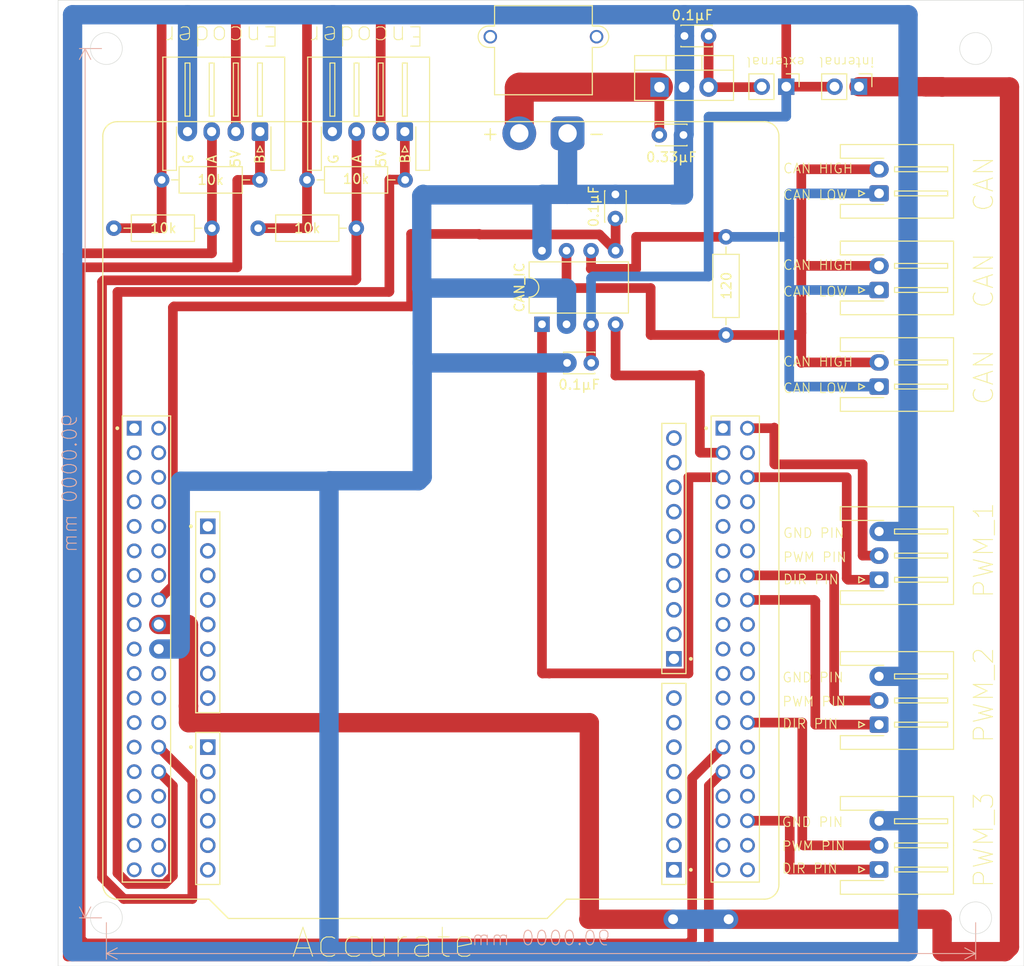
<source format=kicad_pcb>
(kicad_pcb (version 20240108) (generator "pcbnew") (generator_version "8.0")
  (layers (0 "F.Cu" signal) (31 "B.Cu" signal) (34 "B.Paste" user) (35 "F.Paste" user) (36 "B.SilkS" user "B.Silkscreen") (37 "F.SilkS" user "F.Silkscreen") (38 "B.Mask" user) (39 "F.Mask" user) (44 "Edge.Cuts" user))
  (net 0 "")
  (net 1 "3.3V")
  (net 2 "GND")
  (net 3 "5V")
  (net 4 "RX")
  (net 5 "TX")
  (net 7 "16V")
  (net 10 "encode_1B")
  (net 11 "encode_1A")
  (net 14 "encode_2B")
  (net 38 "mc_5v")
  (net 48 "encode_2A")
  (net 56 "CAN_L")
  (net 71 "CAN_H")
  (net 95 "DIR_1")
  (net 96 "PWM_1")
  (net 97 "PWM_2")
  (net 98 "DIR_2")
  (net 99 "PWM_3")
  (net 100 "DIR_3")
  (footprint "Capacitor_THT:C_Disc_D3.0mm_W2.0mm_P2.50mm" (layer "F.Cu") (at 155.2 87.55 180)
    (property "Reference" "0.1μF" (at 1.25 -2.25 0) (layer "F.SilkS"))
    (property "Value" "0.1μ")
    (pad "1" thru_hole circle (at 0 0 180) (size 1.6 1.6) (drill 0.8) (layers "*.Cu" "*.Mask") (net 3 "5V"))
    (pad "2" thru_hole circle (at 2.5 0 180) (size 1.6 1.6) (drill 0.8) (layers "*.Cu" "*.Mask") (net 2 "GND"))
  )
  (footprint "" (layer "F.Cu") (at 163.675 145.15)
    (property "Reference" "" (at 0 0 0) (layer "F.SilkS") (effects (font (size 1.27 1.27))))
    (property "Value" "")
    (pad "CN7_18" thru_hole circle (at 0 0) (size 1.53 1.53) (drill 1.02) (layers "*.Cu" "*.Mask") (net 38 "mc_5v"))
  )
  (footprint "Capacitor_THT:C_Disc_D3.0mm_W2.0mm_P2.50mm" (layer "F.Cu") (at 157.7 72.6 90)
    (property "Reference" "0.1μF" (at 1.25 -2.25 90) (layer "F.SilkS"))
    (property "Value" "0.1μ")
    (pad "1" thru_hole circle (at 0 0 90) (size 1.6 1.6) (drill 0.8) (layers "*.Cu" "*.Mask") (net 1 "3.3V"))
    (pad "2" thru_hole circle (at 2.5 0 90) (size 1.6 1.6) (drill 0.8) (layers "*.Cu" "*.Mask") (net 2 "GND"))
  )
  (footprint "Connector_JST:JST_XH_S2B-XH-A-1_1x02_P2.50mm_Horizontal" (layer "F.Cu") (at 185 80 90)
    (property "Reference" "J2" (hide yes))
    (property "Value" "CAN_2")
    (pad "1" thru_hole roundrect (at 0 0 90) (size 1.7 2) (drill 1) (layers "*.Cu" "*.Mask") (roundrect_rratio 0.147059) (net 56 "CAN_L"))
    (pad "2" thru_hole oval (at 2.5 0 90) (size 1.7 2) (drill 1) (layers "*.Cu" "*.Mask") (net 71 "CAN_H"))
  )
  (footprint "Package_TO_SOT_THT:TO-220-3_Vertical" (layer "F.Cu") (at 162.27 59)
    (property "Reference" "U1" (hide yes))
    (property "Value" "LM7805_TO220")
    (pad "1" thru_hole rect (at 0 0) (size 1.905 2) (drill 1.1) (layers "*.Cu" "*.Mask") (net 7 "16V"))
    (pad "2" thru_hole oval (at 2.54 0) (size 1.905 2) (drill 1.1) (layers "*.Cu" "*.Mask") (net 2 "GND"))
    (pad "3" thru_hole oval (at 5.08 0) (size 1.905 2) (drill 1.1) (layers "*.Cu" "*.Mask") (net 3 "5V"))
  )
  (footprint "Connector_AMASS:AMASS_XT30PW-M_1x02_P2.50mm_Horizontal" (layer "F.Cu") (at 152.75 63.775)
    (property "Reference" "J9" (hide yes))
    (property "Value" "BATT_IN")
    (fp_text user "+" (at -8 0 0) (layer "F.SilkS") (effects (font (size 1.5 1.5))))
    (fp_text user "-" (at 3 0 0) (layer "F.SilkS") (effects (font (size 1.5 1.5))))
    (pad "" thru_hole circle (at -8 -10) (size 1.4 1.4) (drill 1) (layers "*.Cu" "*.Mask"))
    (pad "" thru_hole circle (at 3 -10) (size 1.4 1.4) (drill 1) (layers "*.Cu" "*.Mask"))
    (pad "1" thru_hole roundrect (at 0 0) (size 3.5 3.5) (drill 1.9) (layers "*.Cu" "*.Mask") (roundrect_rratio 0.22) (net 2 "GND"))
    (pad "2" thru_hole circle (at -5 0) (size 3.5 3.5) (drill 1.9) (layers "*.Cu" "*.Mask") (net 7 "16V"))
  )
  (footprint "Connector_JST:JST_XH_S3B-XH-A-1_1x03_P2.50mm_Horizontal" (layer "F.Cu") (at 185 125 90)
    (property "Reference" "J5" (hide yes))
    (property "Value" "PWM_OUT_2")
    (pad "1" thru_hole roundrect (at 0 0 90) (size 1.7 1.95) (drill 0.95) (layers "*.Cu" "*.Mask") (roundrect_rratio 0.147059) (net 98 "DIR_2"))
    (pad "2" thru_hole oval (at 2.5 0 90) (size 1.7 1.95) (drill 0.95) (layers "*.Cu" "*.Mask") (net 97 "PWM_2"))
    (pad "3" thru_hole oval (at 5 0 90) (size 1.7 1.95) (drill 0.95) (layers "*.Cu" "*.Mask") (net 2 "GND"))
  )
  (footprint "Resistor_THT:R_Axial_DIN0207_L6.3mm_D2.5mm_P10.16mm_Horizontal" (layer "F.Cu") (at 105.77 73.6)
    (property "Reference" "10k" (at 5.13 0 0) (layer "F.SilkS"))
    (property "Value" "10k" (hide yes))
    (pad "1" thru_hole circle (at 0 0) (size 1.6 1.6) (drill 0.8) (layers "*.Cu" "*.Mask") (net 3 "5V"))
    (pad "2" thru_hole oval (at 10.16 0) (size 1.6 1.6) (drill 0.8) (layers "*.Cu" "*.Mask") (net 14 "encode_2B"))
  )
  (footprint "Resistor_THT:R_Axial_DIN0207_L6.3mm_D2.5mm_P10.16mm_Horizontal" (layer "F.Cu") (at 110.72 68.6)
    (property "Reference" "10k" (at 5.08 0 0) (layer "F.SilkS"))
    (property "Value" "10k" (hide yes))
    (pad "1" thru_hole circle (at 0 0) (size 1.6 1.6) (drill 0.8) (layers "*.Cu" "*.Mask") (net 3 "5V"))
    (pad "2" thru_hole oval (at 10.16 0) (size 1.6 1.6) (drill 0.8) (layers "*.Cu" "*.Mask") (net 48 "encode_2A"))
  )
  (footprint "Connector_JST:JST_XH_S4B-XH-A-1_1x04_P2.50mm_Horizontal" (layer "F.Cu") (at 120.9 63.6 180)
    (property "Reference" "J8" (hide yes))
    (property "Value" "Encoder_2")
    (pad "1" thru_hole roundrect (at 0 0 180) (size 1.7 1.95) (drill 0.95) (layers "*.Cu" "*.Mask") (roundrect_rratio 0.147059) (net 48 "encode_2A"))
    (pad "2" thru_hole oval (at 2.5 0 180) (size 1.7 1.95) (drill 0.95) (layers "*.Cu" "*.Mask") (net 3 "5V"))
    (pad "3" thru_hole oval (at 5 0 180) (size 1.7 1.95) (drill 0.95) (layers "*.Cu" "*.Mask") (net 14 "encode_2B"))
    (pad "4" thru_hole oval (at 7.5 0 180) (size 1.7 1.95) (drill 0.95) (layers "*.Cu" "*.Mask") (net 2 "GND"))
  )
  (footprint "Connector_JST:JST_XH_S4B-XH-A-1_1x04_P2.50mm_Horizontal" (layer "F.Cu") (at 135.9 63.6 180)
    (property "Reference" "J7" (hide yes))
    (property "Value" "Encoder_1")
    (pad "1" thru_hole roundrect (at 0 0 180) (size 1.7 1.95) (drill 0.95) (layers "*.Cu" "*.Mask") (roundrect_rratio 0.147059) (net 10 "encode_1B"))
    (pad "2" thru_hole oval (at 2.5 0 180) (size 1.7 1.95) (drill 0.95) (layers "*.Cu" "*.Mask") (net 3 "5V"))
    (pad "3" thru_hole oval (at 5 0 180) (size 1.7 1.95) (drill 0.95) (layers "*.Cu" "*.Mask") (net 11 "encode_1A"))
    (pad "4" thru_hole oval (at 7.5 0 180) (size 1.7 1.95) (drill 0.95) (layers "*.Cu" "*.Mask") (net 2 "GND"))
  )
  (footprint "Package_DIP:DIP-8_W7.62mm" (layer "F.Cu") (at 150.1 83.55 90)
    (property "Reference" "CAN_IC" (at 3.81 -2.33 90) (layer "F.SilkS"))
    (property "Value" "MCP2562-E-P")
    (pad "1" thru_hole rect (at 0 0 90) (size 1.6 1.6) (drill 0.8) (layers "*.Cu" "*.Mask") (net 5 "TX"))
    (pad "2" thru_hole oval (at 0 2.54 90) (size 1.6 1.6) (drill 0.8) (layers "*.Cu" "*.Mask") (net 2 "GND"))
    (pad "3" thru_hole oval (at 0 5.08 90) (size 1.6 1.6) (drill 0.8) (layers "*.Cu" "*.Mask") (net 3 "5V"))
    (pad "4" thru_hole oval (at 0 7.62 90) (size 1.6 1.6) (drill 0.8) (layers "*.Cu" "*.Mask") (net 4 "RX"))
    (pad "5" thru_hole oval (at 7.62 7.62 90) (size 1.6 1.6) (drill 0.8) (layers "*.Cu" "*.Mask") (net 1 "3.3V"))
    (pad "6" thru_hole oval (at 7.62 5.08 90) (size 1.6 1.6) (drill 0.8) (layers "*.Cu" "*.Mask") (net 56 "CAN_L"))
    (pad "7" thru_hole oval (at 7.62 2.54 90) (size 1.6 1.6) (drill 0.8) (layers "*.Cu" "*.Mask") (net 71 "CAN_H"))
    (pad "8" thru_hole oval (at 7.62 0 90) (size 1.6 1.6) (drill 0.8) (layers "*.Cu" "*.Mask") (net 2 "GND"))
  )
  (footprint "Resistor_THT:R_Axial_DIN0207_L6.3mm_D2.5mm_P10.16mm_Horizontal" (layer "F.Cu") (at 169.15 84.66 90)
    (property "Reference" "120" (at 5.11 0.05 90) (layer "F.SilkS"))
    (property "Value" "120" (hide yes))
    (pad "1" thru_hole circle (at 0 0 90) (size 1.6 1.6) (drill 0.8) (layers "*.Cu" "*.Mask") (net 71 "CAN_H"))
    (pad "2" thru_hole oval (at 10.16 0 90) (size 1.6 1.6) (drill 0.8) (layers "*.Cu" "*.Mask") (net 56 "CAN_L"))
  )
  (footprint "Connector_JST:JST_XH_S2B-XH-A-1_1x02_P2.50mm_Horizontal" (layer "F.Cu") (at 185 90 90)
    (property "Reference" "J1" (hide yes))
    (property "Value" "CAN_1")
    (pad "1" thru_hole roundrect (at 0 0 90) (size 1.7 2) (drill 1) (layers "*.Cu" "*.Mask") (roundrect_rratio 0.147059) (net 56 "CAN_L"))
    (pad "2" thru_hole oval (at 2.5 0 90) (size 1.7 2) (drill 1) (layers "*.Cu" "*.Mask") (net 71 "CAN_H"))
  )
  (footprint "NUCLEO_F446RE.pritty:MODULE_NUCLEO-F446RE" (layer "F.Cu") (at 139.63 103.82)
    (property "Reference" "U3" (hide yes))
    (property "Value" "NUCLEO-F446RE")
    (pad "" np_thru_hole circle (at -24.13 -13.32) (size 3 3) (drill 3) (layers "*.Cu" "*.Mask"))
    (pad "" np_thru_hole circle (at 8.89 38.75) (size 3 3) (drill 3) (layers "*.Cu" "*.Mask"))
    (pad "" np_thru_hole circle (at 24.13 -12.05) (size 3 3) (drill 3) (layers "*.Cu" "*.Mask"))
    (pad "CN5_1" thru_hole rect (at 24.13 14.37) (size 1.605 1.605) (drill 1.07) (layers "*.Cu" "*.Mask"))
    (pad "CN5_2" thru_hole circle (at 24.13 11.83) (size 1.605 1.605) (drill 1.07) (layers "*.Cu" "*.Mask"))
    (pad "CN5_3" thru_hole circle (at 24.13 9.29) (size 1.605 1.605) (drill 1.07) (layers "*.Cu" "*.Mask"))
    (pad "CN5_4" thru_hole circle (at 24.13 6.75) (size 1.605 1.605) (drill 1.07) (layers "*.Cu" "*.Mask"))
    (pad "CN5_5" thru_hole circle (at 24.13 4.21) (size 1.605 1.605) (drill 1.07) (layers "*.Cu" "*.Mask"))
    (pad "CN5_6" thru_hole circle (at 24.13 1.67) (size 1.605 1.605) (drill 1.07) (layers "*.Cu" "*.Mask"))
    (pad "CN5_7" thru_hole circle (at 24.13 -0.87) (size 1.605 1.605) (drill 1.07) (layers "*.Cu" "*.Mask"))
    (pad "CN5_8" thru_hole circle (at 24.13 -3.41) (size 1.605 1.605) (drill 1.07) (layers "*.Cu" "*.Mask"))
    (pad "CN5_9" thru_hole circle (at 24.13 -5.95) (size 1.605 1.605) (drill 1.07) (layers "*.Cu" "*.Mask"))
    (pad "CN5_10" thru_hole circle (at 24.13 -8.49) (size 1.605 1.605) (drill 1.07) (layers "*.Cu" "*.Mask"))
    (pad "CN6_1" thru_hole rect (at -24.13 0.65) (size 1.605 1.605) (drill 1.07) (layers "*.Cu" "*.Mask"))
    (pad "CN6_2" thru_hole circle (at -24.13 3.19) (size 1.605 1.605) (drill 1.07) (layers "*.Cu" "*.Mask"))
    (pad "CN6_3" thru_hole circle (at -24.13 5.73) (size 1.605 1.605) (drill 1.07) (layers "*.Cu" "*.Mask"))
    (pad "CN6_4" thru_hole circle (at -24.13 8.27) (size 1.605 1.605) (drill 1.07) (layers "*.Cu" "*.Mask"))
    (pad "CN6_5" thru_hole circle (at -24.13 10.81) (size 1.605 1.605) (drill 1.07) (layers "*.Cu" "*.Mask"))
    (pad "CN6_6" thru_hole circle (at -24.13 13.35) (size 1.605 1.605) (drill 1.07) (layers "*.Cu" "*.Mask"))
    (pad "CN6_7" thru_hole circle (at -24.13 15.89) (size 1.605 1.605) (drill 1.07) (layers "*.Cu" "*.Mask"))
    (pad "CN6_8" thru_hole circle (at -24.13 18.43) (size 1.605 1.605) (drill 1.07) (layers "*.Cu" "*.Mask"))
    (pad "CN7_1" thru_hole rect (at -31.75 -9.51) (size 1.53 1.53) (drill 1.02) (layers "*.Cu" "*.Mask"))
    (pad "CN7_2" thru_hole circle (at -29.21 -9.51) (size 1.53 1.53) (drill 1.02) (layers "*.Cu" "*.Mask"))
    (pad "CN7_3" thru_hole circle (at -31.75 -6.97) (size 1.53 1.53) (drill 1.02) (layers "*.Cu" "*.Mask"))
    (pad "CN7_4" thru_hole circle (at -29.21 -6.97) (size 1.53 1.53) (drill 1.02) (layers "*.Cu" "*.Mask"))
    (pad "CN7_5" thru_hole circle (at -31.75 -4.43) (size 1.53 1.53) (drill 1.02) (layers "*.Cu" "*.Mask"))
    (pad "CN7_6" thru_hole circle (at -29.21 -4.43) (size 1.53 1.53) (drill 1.02) (layers "*.Cu" "*.Mask"))
    (pad "CN7_7" thru_hole circle (at -31.75 -1.89) (size 1.53 1.53) (drill 1.02) (layers "*.Cu" "*.Mask"))
    (pad "CN7_8" thru_hole circle (at -29.21 -1.89) (size 1.53 1.53) (drill 1.02) (layers "*.Cu" "*.Mask"))
    (pad "CN7_9" thru_hole circle (at -31.75 0.65) (size 1.53 1.53) (drill 1.02) (layers "*.Cu" "*.Mask"))
    (pad "CN7_10" thru_hole circle (at -29.21 0.65) (size 1.53 1.53) (drill 1.02) (layers "*.Cu" "*.Mask"))
    (pad "CN7_11" thru_hole circle (at -31.75 3.19) (size 1.53 1.53) (drill 1.02) (layers "*.Cu" "*.Mask"))
    (pad "CN7_12" thru_hole circle (at -29.21 3.19) (size 1.53 1.53) (drill 1.02) (layers "*.Cu" "*.Mask"))
    (pad "CN7_13" thru_hole circle (at -31.75 5.73) (size 1.53 1.53) (drill 1.02) (layers "*.Cu" "*.Mask"))
    (pad "CN7_14" thru_hole circle (at -29.21 5.73) (size 1.53 1.53) (drill 1.02) (layers "*.Cu" "*.Mask"))
    (pad "CN7_15" thru_hole circle (at -31.75 8.27) (size 1.53 1.53) (drill 1.02) (layers "*.Cu" "*.Mask"))
    (pad "CN7_16" thru_hole circle (at -29.21 8.27) (size 1.53 1.53) (drill 1.02) (layers "*.Cu" "*.Mask") (net 1 "3.3V"))
    (pad "CN7_17" thru_hole circle (at -31.75 10.81) (size 1.53 1.53) (drill 1.02) (layers "*.Cu" "*.Mask"))
    (pad "CN7_18" thru_hole circle (at -29.21 10.81) (size 1.53 1.53) (drill 1.02) (layers "*.Cu" "*.Mask") (net 38 "mc_5v"))
    (pad "CN7_19" thru_hole circle (at -31.75 13.35) (size 1.53 1.53) (drill 1.02) (layers "*.Cu" "*.Mask") (net 2 "GND"))
    (pad "CN7_20" thru_hole circle (at -29.21 13.35) (size 1.53 1.53) (drill 1.02) (layers "*.Cu" "*.Mask") (net 2 "GND"))
    (pad "CN7_21" thru_hole circle (at -31.75 15.89) (size 1.53 1.53) (drill 1.02) (layers "*.Cu" "*.Mask"))
    (pad "CN7_22" thru_hole circle (at -29.21 15.89) (size 1.53 1.53) (drill 1.02) (layers "*.Cu" "*.Mask") (net 2 "GND"))
    (pad "CN7_23" thru_hole circle (at -31.75 18.43) (size 1.53 1.53) (drill 1.02) (layers "*.Cu" "*.Mask"))
    (pad "CN7_24" thru_hole circle (at -29.21 18.43) (size 1.53 1.53) (drill 1.02) (layers "*.Cu" "*.Mask"))
    (pad "CN7_25" thru_hole circle (at -31.75 20.97) (size 1.53 1.53) (drill 1.02) (layers "*.Cu" "*.Mask"))
    (pad "CN7_26" thru_hole circle (at -29.21 20.97) (size 1.53 1.53) (drill 1.02) (layers "*.Cu" "*.Mask"))
    (pad "CN7_27" thru_hole circle (at -31.75 23.51) (size 1.53 1.53) (drill 1.02) (layers "*.Cu" "*.Mask"))
    (pad "CN7_28" thru_hole circle (at -29.21 23.51) (size 1.53 1.53) (drill 1.02) (layers "*.Cu" "*.Mask") (net 11 "encode_1A"))
    (pad "CN7_29" thru_hole circle (at -31.75 26.05) (size 1.53 1.53) (drill 1.02) (layers "*.Cu" "*.Mask"))
    (pad "CN7_30" thru_hole circle (at -29.21 26.05) (size 1.53 1.53) (drill 1.02) (layers "*.Cu" "*.Mask") (net 10 "encode_1B"))
    (pad "CN7_31" thru_hole circle (at -31.75 28.59) (size 1.53 1.53) (drill 1.02) (layers "*.Cu" "*.Mask"))
    (pad "CN7_32" thru_hole circle (at -29.21 28.59) (size 1.53 1.53) (drill 1.02) (layers "*.Cu" "*.Mask"))
    (pad "CN7_33" thru_hole circle (at -31.75 31.13) (size 1.53 1.53) (drill 1.02) (layers "*.Cu" "*.Mask"))
    (pad "CN7_34" thru_hole circle (at -29.21 31.13) (size 1.53 1.53) (drill 1.02) (layers "*.Cu" "*.Mask"))
    (pad "CN7_35" thru_hole circle (at -31.75 33.67) (size 1.53 1.53) (drill 1.02) (layers "*.Cu" "*.Mask"))
    (pad "CN7_36" thru_hole circle (at -29.21 33.67) (size 1.53 1.53) (drill 1.02) (layers "*.Cu" "*.Mask"))
    (pad "CN7_37" thru_hole circle (at -31.75 36.21) (size 1.53 1.53) (drill 1.02) (layers "*.Cu" "*.Mask"))
    (pad "CN7_38" thru_hole circle (at -29.21 36.21) (size 1.53 1.53) (drill 1.02) (layers "*.Cu" "*.Mask"))
    (pad "CN8_1" thru_hole rect (at -24.13 23.51) (size 1.605 1.605) (drill 1.07) (layers "*.Cu" "*.Mask"))
    (pad "CN8_2" thru_hole circle (at -24.13 26.05) (size 1.605 1.605) (drill 1.07) (layers "*.Cu" "*.Mask"))
    (pad "CN8_3" thru_hole circle (at -24.13 28.59) (size 1.605 1.605) (drill 1.07) (layers "*.Cu" "*.Mask"))
    (pad "CN8_4" thru_hole circle (at -24.13 31.13) (size 1.605 1.605) (drill 1.07) (layers "*.Cu" "*.Mask"))
    (pad "CN8_5" thru_hole circle (at -24.13 33.67) (size 1.605 1.605) (drill 1.07) (layers "*.Cu" "*.Mask"))
    (pad "CN8_6" thru_hole circle (at -24.13 36.21) (size 1.605 1.605) (drill 1.07) (layers "*.Cu" "*.Mask"))
    (pad "CN9_1" thru_hole rect (at 24.13 36.21) (size 1.605 1.605) (drill 1.07) (layers "*.Cu" "*.Mask"))
    (pad "CN9_2" thru_hole circle (at 24.13 33.67) (size 1.605 1.605) (drill 1.07) (layers "*.Cu" "*.Mask"))
    (pad "CN9_3" thru_hole circle (at 24.13 31.13) (size 1.605 1.605) (drill 1.07) (layers "*.Cu" "*.Mask"))
    (pad "CN9_4" thru_hole circle (at 24.13 28.59) (size 1.605 1.605) (drill 1.07) (layers "*.Cu" "*.Mask"))
    (pad "CN9_5" thru_hole circle (at 24.13 26.05) (size 1.605 1.605) (drill 1.07) (layers "*.Cu" "*.Mask"))
    (pad "CN9_6" thru_hole circle (at 24.13 23.51) (size 1.605 1.605) (drill 1.07) (layers "*.Cu" "*.Mask"))
    (pad "CN9_7" thru_hole circle (at 24.13 20.97) (size 1.605 1.605) (drill 1.07) (layers "*.Cu" "*.Mask"))
    (pad "CN9_8" thru_hole circle (at 24.13 18.43) (size 1.605 1.605) (drill 1.07) (layers "*.Cu" "*.Mask"))
    (pad "CN10_1" thru_hole rect (at 29.21 -9.51) (size 1.53 1.53) (drill 1.02) (layers "*.Cu" "*.Mask"))
    (pad "CN10_2" thru_hole circle (at 31.75 -9.51) (size 1.53 1.53) (drill 1.02) (layers "*.Cu" "*.Mask") (net 96 "PWM_1"))
    (pad "CN10_3" thru_hole circle (at 29.21 -6.97) (size 1.53 1.53) (drill 1.02) (layers "*.Cu" "*.Mask") (net 4 "RX"))
    (pad "CN10_4" thru_hole circle (at 31.75 -6.97) (size 1.53 1.53) (drill 1.02) (layers "*.Cu" "*.Mask"))
    (pad "CN10_5" thru_hole circle (at 29.21 -4.43) (size 1.53 1.53) (drill 1.02) (layers "*.Cu" "*.Mask") (net 5 "TX"))
    (pad "CN10_6" thru_hole circle (at 31.75 -4.43) (size 1.53 1.53) (drill 1.02) (layers "*.Cu" "*.Mask") (net 95 "DIR_1"))
    (pad "CN10_7" thru_hole circle (at 29.21 -1.89) (size 1.53 1.53) (drill 1.02) (layers "*.Cu" "*.Mask"))
    (pad "CN10_8" thru_hole circle (at 31.75 -1.89) (size 1.53 1.53) (drill 1.02) (layers "*.Cu" "*.Mask"))
    (pad "CN10_9" thru_hole circle (at 29.21 0.65) (size 1.53 1.53) (drill 1.02) (layers "*.Cu" "*.Mask") (net 2 "GND"))
    (pad "CN10_10" thru_hole circle (at 31.75 0.65) (size 1.53 1.53) (drill 1.02) (layers "*.Cu" "*.Mask"))
    (pad "CN10_11" thru_hole circle (at 29.21 3.19) (size 1.53 1.53) (drill 1.02) (layers "*.Cu" "*.Mask"))
    (pad "CN10_12" thru_hole circle (at 31.75 3.19) (size 1.53 1.53) (drill 1.02) (layers "*.Cu" "*.Mask"))
    (pad "CN10_13" thru_hole circle (at 29.21 5.73) (size 1.53 1.53) (drill 1.02) (layers "*.Cu" "*.Mask"))
    (pad "CN10_14" thru_hole circle (at 31.75 5.73) (size 1.53 1.53) (drill 1.02) (layers "*.Cu" "*.Mask") (net 97 "PWM_2"))
    (pad "CN10_15" thru_hole circle (at 29.21 8.27) (size 1.53 1.53) (drill 1.02) (layers "*.Cu" "*.Mask"))
    (pad "CN10_16" thru_hole circle (at 31.75 8.27) (size 1.53 1.53) (drill 1.02) (layers "*.Cu" "*.Mask") (net 98 "DIR_2"))
    (pad "CN10_17" thru_hole circle (at 29.21 10.81) (size 1.53 1.53) (drill 1.02) (layers "*.Cu" "*.Mask"))
    (pad "CN10_18" thru_hole circle (at 31.75 10.81) (size 1.53 1.53) (drill 1.02) (layers "*.Cu" "*.Mask"))
    (pad "CN10_19" thru_hole circle (at 29.21 13.35) (size 1.53 1.53) (drill 1.02) (layers "*.Cu" "*.Mask"))
    (pad "CN10_20" thru_hole circle (at 31.75 13.35) (size 1.53 1.53) (drill 1.02) (layers "*.Cu" "*.Mask"))
    (pad "CN10_21" thru_hole circle (at 29.21 15.89) (size 1.53 1.53) (drill 1.02) (layers "*.Cu" "*.Mask"))
    (pad "CN10_22" thru_hole circle (at 31.75 15.89) (size 1.53 1.53) (drill 1.02) (layers "*.Cu" "*.Mask"))
    (pad "CN10_23" thru_hole circle (at 29.21 18.43) (size 1.53 1.53) (drill 1.02) (layers "*.Cu" "*.Mask"))
    (pad "CN10_24" thru_hole circle (at 31.75 18.43) (size 1.53 1.53) (drill 1.02) (layers "*.Cu" "*.Mask"))
    (pad "CN10_25" thru_hole circle (at 29.21 20.97) (size 1.53 1.53) (drill 1.02) (layers "*.Cu" "*.Mask"))
    (pad "CN10_26" thru_hole circle (at 31.75 20.97) (size 1.53 1.53) (drill 1.02) (layers "*.Cu" "*.Mask") (net 99 "PWM_3"))
    (pad "CN10_27" thru_hole circle (at 29.21 23.51) (size 1.53 1.53) (drill 1.02) (layers "*.Cu" "*.Mask") (net 48 "encode_2A"))
    (pad "CN10_28" thru_hole circle (at 31.75 23.51) (size 1.53 1.53) (drill 1.02) (layers "*.Cu" "*.Mask"))
    (pad "CN10_29" thru_hole circle (at 29.21 26.05) (size 1.53 1.53) (drill 1.02) (layers "*.Cu" "*.Mask") (net 14 "encode_2B"))
    (pad "CN10_30" thru_hole circle (at 31.75 26.05) (size 1.53 1.53) (drill 1.02) (layers "*.Cu" "*.Mask"))
    (pad "CN10_31" thru_hole circle (at 29.21 28.59) (size 1.53 1.53) (drill 1.02) (layers "*.Cu" "*.Mask"))
    (pad "CN10_32" thru_hole circle (at 31.75 28.59) (size 1.53 1.53) (drill 1.02) (layers "*.Cu" "*.Mask"))
    (pad "CN10_33" thru_hole circle (at 29.21 31.13) (size 1.53 1.53) (drill 1.02) (layers "*.Cu" "*.Mask"))
    (pad "CN10_34" thru_hole circle (at 31.75 31.13) (size 1.53 1.53) (drill 1.02) (layers "*.Cu" "*.Mask") (net 100 "DIR_3"))
    (pad "CN10_35" thru_hole circle (at 29.21 33.67) (size 1.53 1.53) (drill 1.02) (layers "*.Cu" "*.Mask"))
    (pad "CN10_36" thru_hole circle (at 31.75 33.67) (size 1.53 1.53) (drill 1.02) (layers "*.Cu" "*.Mask"))
    (pad "CN10_37" thru_hole circle (at 29.21 36.21) (size 1.53 1.53) (drill 1.02) (layers "*.Cu" "*.Mask"))
    (pad "CN10_38" thru_hole circle (at 31.75 36.21) (size 1.53 1.53) (drill 1.02) (layers "*.Cu" "*.Mask"))
  )
  (footprint "Connector_JST:JST_XH_S3B-XH-A-1_1x03_P2.50mm_Horizontal" (layer "F.Cu") (at 185 110 90)
    (property "Reference" "J4" (hide yes))
    (property "Value" "PWM_OUT_1")
    (pad "1" thru_hole roundrect (at 0 0 90) (size 1.7 1.95) (drill 0.95) (layers "*.Cu" "*.Mask") (roundrect_rratio 0.147059) (net 95 "DIR_1"))
    (pad "2" thru_hole oval (at 2.5 0 90) (size 1.7 1.95) (drill 0.95) (layers "*.Cu" "*.Mask") (net 96 "PWM_1"))
    (pad "3" thru_hole oval (at 5 0 90) (size 1.7 1.95) (drill 0.95) (layers "*.Cu" "*.Mask") (net 2 "GND"))
  )
  (footprint "Resistor_THT:R_Axial_DIN0207_L6.3mm_D2.5mm_P10.16mm_Horizontal" (layer "F.Cu") (at 125.77 68.6)
    (property "Reference" "10k" (at 5.08 -0.1 0) (layer "F.SilkS"))
    (property "Value" "10k" (hide yes))
    (pad "1" thru_hole circle (at 0 0) (size 1.6 1.6) (drill 0.8) (layers "*.Cu" "*.Mask") (net 3 "5V"))
    (pad "2" thru_hole oval (at 10.16 0) (size 1.6 1.6) (drill 0.8) (layers "*.Cu" "*.Mask") (net 10 "encode_1B"))
  )
  (footprint "Connector_PinHeader_2.54mm:PinHeader_1x02_P2.54mm_Vertical" (layer "F.Cu") (at 175.39 58.95 -90)
    (property "Reference" "J11" (hide yes))
    (property "Value" "Conn_01x02_Pin")
    (pad "1" thru_hole rect (at 0 0 270) (size 1.7 1.7) (drill 1) (layers "*.Cu" "*.Mask") (net 3 "5V"))
    (pad "2" thru_hole oval (at 0 2.54 270) (size 1.7 1.7) (drill 1) (layers "*.Cu" "*.Mask") (net 3 "5V"))
  )
  (footprint "" (layer "F.Cu") (at 169.425 145.15)
    (property "Reference" "" (at 0 0 0) (layer "F.SilkS") (effects (font (size 1.27 1.27))))
    (property "Value" "")
    (pad "CN7_18" thru_hole circle (at 0 0) (size 1.53 1.53) (drill 1.02) (layers "*.Cu" "*.Mask") (net 38 "mc_5v"))
  )
  (footprint "Connector_JST:JST_XH_S3B-XH-A-1_1x03_P2.50mm_Horizontal" (layer "F.Cu") (at 185 140 90)
    (property "Reference" "J6" (hide yes))
    (property "Value" "PWM_OUT_3")
    (pad "1" thru_hole roundrect (at 0 0 90) (size 1.7 1.95) (drill 0.95) (layers "*.Cu" "*.Mask") (roundrect_rratio 0.147059) (net 100 "DIR_3"))
    (pad "2" thru_hole oval (at 2.5 0 90) (size 1.7 1.95) (drill 0.95) (layers "*.Cu" "*.Mask") (net 99 "PWM_3"))
    (pad "3" thru_hole oval (at 5 0 90) (size 1.7 1.95) (drill 0.95) (layers "*.Cu" "*.Mask") (net 2 "GND"))
  )
  (footprint "Capacitor_THT:C_Disc_D3.0mm_W2.0mm_P2.50mm" (layer "F.Cu") (at 162.25 63.95)
    (property "Reference" "0.33μF" (at 1.25 2.3 0) (layer "F.SilkS"))
    (property "Value" "0.33μF" (hide yes))
    (pad "1" thru_hole circle (at 0 0) (size 1.6 1.6) (drill 0.8) (layers "*.Cu" "*.Mask") (net 7 "16V"))
    (pad "2" thru_hole circle (at 2.5 0) (size 1.6 1.6) (drill 0.8) (layers "*.Cu" "*.Mask") (net 2 "GND"))
  )
  (footprint "Capacitor_THT:C_Disc_D3.0mm_W2.0mm_P2.50mm" (layer "F.Cu") (at 167.35 53.7 180)
    (property "Reference" "C4" (hide yes))
    (property "Value" "0.1μF" (hide yes))
    (pad "1" thru_hole circle (at 0 0 180) (size 1.6 1.6) (drill 0.8) (layers "*.Cu" "*.Mask") (net 3 "5V"))
    (pad "2" thru_hole circle (at 2.5 0 180) (size 1.6 1.6) (drill 0.8) (layers "*.Cu" "*.Mask") (net 2 "GND"))
  )
  (footprint "Connector_PinHeader_2.54mm:PinHeader_1x02_P2.54mm_Vertical" (layer "F.Cu") (at 182.925 58.95 -90)
    (property "Reference" "J10" (hide yes))
    (property "Value" "Conn_01x02_Pin")
    (pad "1" thru_hole rect (at 0 0 270) (size 1.7 1.7) (drill 1) (layers "*.Cu" "*.Mask") (net 38 "mc_5v"))
    (pad "2" thru_hole oval (at 0 2.54 270) (size 1.7 1.7) (drill 1) (layers "*.Cu" "*.Mask") (net 3 "5V"))
  )
  (footprint "Resistor_THT:R_Axial_DIN0207_L6.3mm_D2.5mm_P10.16mm_Horizontal" (layer "F.Cu") (at 120.72 73.6)
    (property "Reference" "10k" (at 5.08 0 0) (layer "F.SilkS"))
    (property "Value" "10k" (hide yes))
    (pad "1" thru_hole circle (at 0 0) (size 1.6 1.6) (drill 0.8) (layers "*.Cu" "*.Mask") (net 3 "5V"))
    (pad "2" thru_hole oval (at 10.16 0) (size 1.6 1.6) (drill 0.8) (layers "*.Cu" "*.Mask") (net 11 "encode_1A"))
  )
  (footprint "Connector_JST:JST_XH_S2B-XH-A-1_1x02_P2.50mm_Horizontal" (layer "F.Cu") (at 185 70 90)
    (property "Reference" "J3" (hide yes))
    (property "Value" "CAN_3")
    (pad "1" thru_hole roundrect (at 0 0 90) (size 1.7 2) (drill 1) (layers "*.Cu" "*.Mask") (roundrect_rratio 0.147059) (net 56 "CAN_L"))
    (pad "2" thru_hole oval (at 2.5 0 90) (size 1.7 2) (drill 1) (layers "*.Cu" "*.Mask") (net 71 "CAN_H"))
  )
  (gr_circle (center 195 55) (end 196.65 55) (stroke (width 0.05)) (fill none) (layer "Edge.Cuts"))
  (gr_circle (center 105 145) (end 106.65 145) (stroke (width 0.05)) (fill none) (layer "Edge.Cuts"))
  (gr_circle (center 105 55) (end 106.65 55) (stroke (width 0.05)) (fill none) (layer "Edge.Cuts"))
  (gr_rect (start 100 50) (end 200 150) (stroke (width 0.05)) (fill none) (layer "Edge.Cuts"))
  (gr_circle (center 195 145) (end 196.65 145) (stroke (width 0.05)) (fill none) (layer "Edge.Cuts"))
  (gr_text "CAN LOW" (at 175 80.75 0) (layer "F.SilkS") (effects (font (size 1 1) (thickness 0.1)) (justify left bottom)))
  (gr_text "G" (at 128.525 66.45 90) (layer "F.SilkS") (effects (font (size 1 1))))
  (gr_text "B" (at 120.9 66.45 90) (layer "F.SilkS") (effects (font (size 1 1))))
  (gr_text "external" (at 177.375 55.8 180) (layer "F.SilkS") (effects (font (size 1 1) (thickness 0.1)) (justify left bottom)))
  (gr_text "CAN HIGH" (at 175 78 0) (layer "F.SilkS") (effects (font (size 1 1) (thickness 0.1)) (justify left bottom)))
  (gr_text "CAN HIGH" (at 175 68 0) (layer "F.SilkS") (effects (font (size 1 1) (thickness 0.1)) (justify left bottom)))
  (gr_text "GND PIN" (at 174.925 120.7 0) (layer "F.SilkS") (effects (font (size 1 1) (thickness 0.1)) (justify left bottom)))
  (gr_text "5V" (at 118.375 66.4 90) (layer "F.SilkS") (effects (font (size 1 1))))
  (gr_text "DIR PIN" (at 175 110.55 0) (layer "F.SilkS") (effects (font (size 1 1) (thickness 0.1)) (justify left bottom)))
  (gr_text "0.1μF" (at 165.675 51.55 0) (layer "F.SilkS") (effects (font (size 1 1))))
  (gr_text "DIR PIN" (at 174.875 140.475 0) (layer "F.SilkS") (effects (font (size 1 1) (thickness 0.1)) (justify left bottom)))
  (gr_text "Accurate" (at 124 149.35 0) (layer "F.SilkS") (effects (font (size 3 3) (thickness 0.1)) (justify left bottom)))
  (gr_text "B" (at 135.95 66.4 90) (layer "F.SilkS") (effects (font (size 1 1))))
  (gr_text "CAN" (at 197 92 90) (layer "F.SilkS") (effects (font (size 2 2) (thickness 0.1)) (justify left bottom)))
  (gr_text "CAN HIGH" (at 175 88 0) (layer "F.SilkS") (effects (font (size 1 1) (thickness 0.1)) (justify left bottom)))
  (gr_text "GND PIN" (at 174.875 135.675 0) (layer "F.SilkS") (effects (font (size 1 1) (thickness 0.1)) (justify left bottom)))
  (gr_text "A" (at 115.925 66.45 90) (layer "F.SilkS") (effects (font (size 1 1))))
  (gr_text "PWM_2" (at 197 127 90) (layer "F.SilkS") (effects (font (size 2 2) (thickness 0.1)) (justify left bottom)))
  (gr_text "PWM PIN" (at 175 108.25 0) (layer "F.SilkS") (effects (font (size 1 1) (thickness 0.1)) (justify left bottom)))
  (gr_text "Encoder" (at 138 52.5 180) (layer "F.SilkS") (effects (font (size 2 2) (thickness 0.1)) (justify left bottom)))
  (gr_text "internal" (at 184.6 55.8 180) (layer "F.SilkS") (effects (font (size 1 1) (thickness 0.1)) (justify left bottom)))
  (gr_text "PWM_1" (at 197 112 90) (layer "F.SilkS") (effects (font (size 2 2) (thickness 0.1)) (justify left bottom)))
  (gr_text "CAN" (at 197 82 90) (layer "F.SilkS") (effects (font (size 2 2) (thickness 0.1)) (justify left bottom)))
  (gr_text "5V" (at 133.45 66.375 90) (layer "F.SilkS") (effects (font (size 1 1))))
  (gr_text "GND PIN" (at 175 105.75 0) (layer "F.SilkS") (effects (font (size 1 1) (thickness 0.1)) (justify left bottom)))
  (gr_text "DIR PIN" (at 174.925 125.5 0) (layer "F.SilkS") (effects (font (size 1 1) (thickness 0.1)) (justify left bottom)))
  (gr_text "PWM PIN" (at 174.925 123.2 0) (layer "F.SilkS") (effects (font (size 1 1) (thickness 0.1)) (justify left bottom)))
  (gr_text "PWM_3" (at 197 142 90) (layer "F.SilkS") (effects (font (size 2 2) (thickness 0.1)) (justify left bottom)))
  (gr_text "PWM PIN" (at 174.875 138.175 0) (layer "F.SilkS") (effects (font (size 1 1) (thickness 0.1)) (justify left bottom)))
  (gr_text "G" (at 113.475 66.45 90) (layer "F.SilkS") (effects (font (size 1 1))))
  (gr_text "CAN LOW" (at 175 70.75 0) (layer "F.SilkS") (effects (font (size 1 1) (thickness 0.1)) (justify left bottom)))
  (gr_text "Encoder" (at 123 52.5 180) (layer "F.SilkS") (effects (font (size 2 2) (thickness 0.1)) (justify left bottom)))
  (gr_text "A" (at 130.925 66.4 90) (layer "F.SilkS") (effects (font (size 1 1))))
  (gr_text "CAN" (at 197 72 90) (layer "F.SilkS") (effects (font (size 2 2) (thickness 0.1)) (justify left bottom)))
  (gr_text "CAN LOW" (at 175 90.75 0) (layer "F.SilkS") (effects (font (size 1 1) (thickness 0.1)) (justify left bottom)))
  (dimension (type aligned) (layer "B.SilkS") (pts (xy 105 55) (xy 105 145)) (height 2.2) (gr_text "90.0000 mm" (at 101.2 100 90) (layer "B.SilkS") (effects (font (size 1.5 1.5) (thickness 0.1)) (justify mirror))) (format (prefix "") (suffix "") (units 3) (units_format 1) (precision 4)) (style (thickness 0.1) (arrow_length 1.27) (text_position_mode 0) (extension_height 0.58642) (extension_offset 0.5) keep_text_aligned))
  (dimension (type aligned) (layer "B.SilkS") (pts (xy 105 145) (xy 195 145)) (height 3.7) (gr_text "90.0000 mm" (at 150 147.1 0) (layer "B.SilkS") (effects (font (size 1.5 1.5) (thickness 0.1)) (justify mirror))) (format (prefix "") (suffix "") (units 3) (units_format 1) (precision 4)) (style (thickness 0.1) (arrow_length 1.27) (text_position_mode 0) (extension_height 0.58642) (extension_offset 0.5) keep_text_aligned))
  (segment (start 143.6 74.2) (end 143.65 74.25) (width 1) (layer "F.Cu") (net 1))
  (segment (start 136.55 81.7) (end 136.55 74.2) (width 1) (layer "F.Cu") (net 1))
  (segment (start 157.72 72.62) (end 157.7 72.6) (width 1) (layer "F.Cu") (net 1))
  (segment (start 157.72 75.93) (end 157.72 72.62) (width 1) (layer "F.Cu") (net 1))
  (segment (start 143.65 74.25) (end 156.04 74.25) (width 1) (layer "F.Cu") (net 1))
  (segment (start 136.55 74.2) (end 143.6 74.2) (width 1) (layer "F.Cu") (net 1))
  (segment (start 111.885 81.815) (end 112 81.7) (width 1) (layer "F.Cu") (net 1))
  (segment (start 112 81.7) (end 136.55 81.7) (width 1) (layer "F.Cu") (net 1))
  (segment (start 111.885 110.625) (end 111.885 81.815) (width 1) (layer "F.Cu") (net 1))
  (segment (start 156.04 74.25) (end 157.72 75.93) (width 1) (layer "F.Cu") (net 1))
  (segment (start 110.42 112.09) (end 111.885 110.625) (width 1) (layer "F.Cu") (net 1))
  (segment (start 152.7 83.61) (end 152.64 83.55) (width 1) (layer "F.Cu") (net 2))
  (segment (start 184.95 134.95) (end 185 135) (width 1) (layer "F.Cu") (net 2))
  (segment (start 152.75 63.775) (end 152.75 70.05) (width 2) (layer "B.Cu") (net 2))
  (segment (start 188 134.95) (end 188 142.65) (width 2) (layer "B.Cu") (net 2))
  (segment (start 112.65 99.85) (end 112.65 117.07) (width 2) (layer "B.Cu") (net 2))
  (segment (start 188 105) (end 185 105) (width 2) (layer "B.Cu") (net 2))
  (segment (start 188 142.65) (end 188 148.5) (width 2) (layer "B.Cu") (net 2))
  (segment (start 164.8 51.5) (end 164.85 51.55) (width 2) (layer "B.Cu") (net 2))
  (segment (start 164.81 59) (end 164.81 63.89) (width 2) (layer "B.Cu") (net 2))
  (segment (start 101.5 148.5) (end 132.25 148.5) (width 2) (layer "B.Cu") (net 2))
  (segment (start 128.1 99.75) (end 137.3 99.75) (width 2) (layer "B.Cu") (net 2))
  (segment (start 137.7 87.55) (end 137.55 87.7) (width 1) (layer "B.Cu") (net 2))
  (segment (start 128.05 99.8) (end 112.7 99.8) (width 2) (layer "B.Cu") (net 2))
  (segment (start 152.75 70.05) (end 152.7 70.1) (width 2) (layer "B.Cu") (net 2))
  (segment (start 164.81 63.89) (end 164.75 63.95) (width 2) (layer "B.Cu") (net 2))
  (segment (start 188 105) (end 188 120) (width 2) (layer "B.Cu") (net 2))
  (segment (start 113.4 51.5) (end 128.45 51.5) (width 2) (layer "B.Cu") (net 2))
  (segment (start 164.85 53.7) (end 164.85 58.96) (width 2) (layer "B.Cu") (net 2))
  (segment (start 128.4 63.6) (end 128.4 51.55) (width 2) (layer "B.Cu") (net 2))
  (segment (start 113.05 117.2) (end 113.02 117.17) (width 1) (layer "B.Cu") (net 2))
  (segment (start 137.7 99.35) (end 137.7 87.55) (width 2) (layer "B.Cu") (net 2))
  (segment (start 128.4 51.55) (end 128.45 51.5) (width 2) (layer "B.Cu") (net 2))
  (segment (start 188 51.5) (end 188 105) (width 2) (layer "B.Cu") (net 2))
  (segment (start 150.15 70.1) (end 150.1 70.15) (width 2) (layer "B.Cu") (net 2))
  (segment (start 113.4 51.5) (end 101.5 51.5) (width 2) (layer "B.Cu") (net 2))
  (segment (start 188 148.5) (end 132.25 148.5) (width 2) (layer "B.Cu") (net 2))
  (segment (start 164.85 51.55) (end 164.85 53.7) (width 2) (layer "B.Cu") (net 2))
  (segment (start 164.85 51.55) (end 164.9 51.5) (width 2) (layer "B.Cu") (net 2))
  (segment (start 113.4 63.6) (end 113.4 51.5) (width 2) (layer "B.Cu") (net 2))
  (segment (start 188 120) (end 188 134.95) (width 2) (layer "B.Cu") (net 2))
  (segment (start 163.7 70.15) (end 163.65 70.1) (width 2) (layer "B.Cu") (net 2))
  (segment (start 110.42 117.17) (end 112.55 117.17) (width 2) (layer "B.Cu") (net 2))
  (segment (start 137.7 79.85) (end 137.65 79.8) (width 2) (layer "B.Cu") (net 2))
  (segment (start 164.75 70.15) (end 163.7 70.15) (width 2) (layer "B.Cu") (net 2))
  (segment (start 157.7 70.1) (end 152.7 70.1) (width 2) (layer "B.Cu") (net 2))
  (segment (start 137.3 99.75) (end 137.7 99.35) (width 2) (layer "B.Cu") (net 2))
  (segment (start 128.05 148.5) (end 128.05 99.8) (width 2) (layer "B.Cu") (net 2))
  (segment (start 152.64 79.86) (end 152.65 79.85) (width 2) (layer "B.Cu") (net 2))
  (segment (start 137.85 70.15) (end 137.8 70.1) (width 2) (layer "B.Cu") (net 2))
  (segment (start 163.65 70.1) (end 157.7 70.1) (width 2) (layer "B.Cu") (net 2))
  (segment (start 188.1 103.05) (end 188.1 105.1) (width 1) (layer "B.Cu") (net 2))
  (segment (start 152.64 87.49) (end 152.7 87.55) (width 1) (layer "B.Cu") (net 2))
  (segment (start 150.1 70.15) (end 150.1 75.93) (width 2) (layer "B.Cu") (net 2))
  (segment (start 137.65 79.8) (end 152.6 79.8) (width 2) (layer "B.Cu") (net 2))
  (segment (start 188 105) (end 188.1 105.1) (width 1) (layer "B.Cu") (net 2))
  (segment (start 150.1 79.8) (end 150.15 79.85) (width 1) (layer "B.Cu") (net 2))
  (segment (start 164.9 51.5) (end 188 51.5) (width 2) (layer "B.Cu") (net 2))
  (segment (start 188 120) (end 188.1 120.1) (width 1) (layer "B.Cu") (net 2))
  (segment (start 137.7 87.55) (end 137.7 79.85) (width 2) (layer "B.Cu") (net 2))
  (segment (start 137.65 79.8) (end 137.65 70.25) (width 2) (layer "B.Cu") (net 2))
  (segment (start 188 134.95) (end 185.05 134.95) (width 2) (layer "B.Cu") (net 2))
  (segment (start 150.1 70.15) (end 137.85 70.15) (width 2) (layer "B.Cu") (net 2))
  (segment (start 185.05 134.95) (end 185 135) (width 2) (layer "B.Cu") (net 2))
  (segment (start 188 142.65) (end 188.05 142.7) (width 2) (layer "B.Cu") (net 2))
  (segment (start 152.6 79.8) (end 152.65 79.85) (width 2) (layer "B.Cu") (net 2))
  (segment (start 164.75 63.95) (end 164.75 70.15) (width 2) (layer "B.Cu") (net 2))
  (segment (start 188 120) (end 185 120) (width 2) (layer "B.Cu") (net 2))
  (segment (start 152.64 83.55) (end 152.64 79.86) (width 2) (layer "B.Cu") (net 2))
  (segment (start 132.25 148.5) (end 128.05 148.5) (width 2) (layer "B.Cu") (net 2))
  (segment (start 128.05 99.8) (end 128.1 99.75) (width 2) (layer "B.Cu") (net 2))
  (segment (start 152.7 70.1) (end 150.15 70.1) (width 2) (layer "B.Cu") (net 2))
  (segment (start 164.85 58.96) (end 164.81 59) (width 2) (layer "B.Cu") (net 2))
  (segment (start 137.65 70.25) (end 137.8 70.1) (width 2) (layer "B.Cu") (net 2))
  (segment (start 112.7 99.8) (end 112.65 99.85) (width 2) (layer "B.Cu") (net 2))
  (segment (start 137.7 87.55) (end 152.7 87.55) (width 2) (layer "B.Cu") (net 2))
  (segment (start 128.45 51.5) (end 164.8 51.5) (width 2) (layer "B.Cu") (net 2))
  (segment (start 101.5 51.5) (end 101.5 148.5) (width 2) (layer "B.Cu") (net 2))
  (segment (start 110.72 68.6) (end 110.72 73.58) (width 1) (layer "F.Cu") (net 3))
  (segment (start 110.72 68.6) (end 110.72 51.48) (width 1) (layer "F.Cu") (net 3))
  (segment (start 172.8 59) (end 172.85 58.95) (width 1) (layer "F.Cu") (net 3))
  (segment (start 180.385 58.95) (end 175.39 58.95) (width 1) (layer "F.Cu") (net 3))
  (segment (start 125.85 73.6) (end 120.72 73.6) (width 1) (layer "F.Cu") (net 3))
  (segment (start 110.7 51.1) (end 118.5 51.1) (width 1) (layer "F.Cu") (net 3))
  (segment (start 118.4 51.2) (end 118.5 51.1) (width 1) (layer "F.Cu") (net 3))
  (segment (start 167.35 53.7) (end 167.35 59) (width 1) (layer "F.Cu") (net 3))
  (segment (start 175.4 51.1) (end 133.65 51.1) (width 1) (layer "F.Cu") (net 3))
  (segment (start 132.55 51.1) (end 125.65 51.1) (width 1) (layer "F.Cu") (net 3))
  (segment (start 110.72 73.58) (end 110.7 73.6) (width 1) (layer "F.Cu") (net 3))
  (segment (start 110.72 51.48) (end 110.7 51.46) (width 1) (layer "F.Cu") (net 3))
  (segment (start 125.77 51.22) (end 125.65 51.1) (width 1) (layer "F.Cu") (net 3))
  (segment (start 155.18 83.55) (end 155.18 87.53) (width 1) (layer "F.Cu") (net 3))
  (segment (start 125.77 68.6) (end 125.77 73.52) (width 1) (layer "F.Cu") (net 3))
  (segment (start 133.65 51.1) (end 132.55 51.1) (width 1) (layer "F.Cu") (net 3))
  (segment (start 175.39 51.11) (end 175.4 51.1) (width 1) (layer "F.Cu") (net 3))
  (segment (start 125.77 68.6) (end 125.77 51.22) (width 1) (layer "F.Cu") (net 3))
  (segment (start 118.4 63.6) (end 118.4 51.2) (width 1) (layer "F.Cu") (net 3))
  (segment (start 110.7 73.6) (end 105.77 73.6) (width 1) (layer "F.Cu") (net 3))
  (segment (start 133.4 63.6) (end 133.4 51.35) (width 1) (layer "F.Cu") (net 3))
  (segment (start 175.39 58.95) (end 175.39 51.11) (width 1) (layer "F.Cu") (net 3))
  (segment (start 125 51.1) (end 118.5 51.1) (width 1) (layer "F.Cu") (net 3))
  (segment (start 155.18 87.53) (end 155.2 87.55) (width 1) (layer "F.Cu") (net 3))
  (segment (start 167.35 59) (end 172.8 59) (width 1) (layer "F.Cu") (net 3))
  (segment (start 133.4 51.35) (end 133.65 51.1) (width 1) (layer "F.Cu") (net 3))
  (segment (start 110.7 51.46) (end 110.7 51.1) (width 1) (layer "F.Cu") (net 3))
  (segment (start 125.65 51.1) (end 125 51.1) (width 1) (layer "F.Cu") (net 3))
  (segment (start 125.77 73.52) (end 125.85 73.6) (width 1) (layer "F.Cu") (net 3))
  (segment (start 175.39 62.01) (end 175.39 58.95) (width 1) (layer "B.Cu") (net 3))
  (segment (start 155.18 78.77) (end 155.35 78.6) (width 1) (layer "B.Cu") (net 3))
  (segment (start 167.35 62.075) (end 167.375 62.05) (width 1) (layer "B.Cu") (net 3))
  (segment (start 167.35 78.6) (end 167.35 62.075) (width 1) (layer "B.Cu") (net 3))
  (segment (start 175.35 62.05) (end 175.39 62.01) (width 1) (layer "B.Cu") (net 3))
  (segment (start 155.35 78.6) (end 167.35 78.6) (width 1) (layer "B.Cu") (net 3))
  (segment (start 167.375 62.05) (end 175.35 62.05) (width 1) (layer "B.Cu") (net 3))
  (segment (start 155.18 83.55) (end 155.18 78.77) (width 1) (layer "B.Cu") (net 3))
  (segment (start 157.72 83.55) (end 157.72 88.83) (width 1) (layer "F.Cu") (net 4))
  (segment (start 157.7 88.85) (end 166.4 88.85) (width 1) (layer "F.Cu") (net 4))
  (segment (start 157.72 88.83) (end 157.7 88.85) (width 1) (layer "F.Cu") (net 4))
  (segment (start 166.45 88.8) (end 166.45 96.8) (width 1) (layer "F.Cu") (net 4))
  (segment (start 166.45 96.8) (end 166.5 96.85) (width 1) (layer "F.Cu") (net 4))
  (segment (start 166.4 88.85) (end 166.45 88.8) (width 1) (layer "F.Cu") (net 4))
  (segment (start 166.5 96.85) (end 168.84 96.85) (width 1) (layer "F.Cu") (net 4))
  (segment (start 165.2625 119.6925) (end 165.2625 99.4125) (width 1) (layer "F.Cu") (net 5))
  (segment (start 150.15 119.7) (end 150.85 119.7) (width 1) (layer "F.Cu") (net 5))
  (segment (start 150.1 119.65) (end 150.15 119.7) (width 1) (layer "F.Cu") (net 5))
  (segment (start 165.25 99.4) (end 165.26 99.39) (width 1) (layer "F.Cu") (net 5))
  (segment (start 165.26 99.39) (end 168.84 99.39) (width 1) (layer "F.Cu") (net 5))
  (segment (start 150.8575 119.6925) (end 165.2625 119.6925) (width 1) (layer "F.Cu") (net 5))
  (segment (start 150.85 119.7) (end 150.8575 119.6925) (width 1) (layer "F.Cu") (net 5))
  (segment (start 165.2625 99.4125) (end 165.25 99.4) (width 1) (layer "F.Cu") (net 5))
  (segment (start 150.1 83.55) (end 150.1 119.65) (width 1) (layer "F.Cu") (net 5))
  (segment (start 147.75 63.775) (end 147.75 59.05) (width 3) (layer "F.Cu") (net 7))
  (segment (start 147.75 59.05) (end 147.8 59) (width 3) (layer "F.Cu") (net 7))
  (segment (start 162.25 59.02) (end 162.27 59) (width 1) (layer "F.Cu") (net 7))
  (segment (start 147.8 59) (end 162.1575 59) (width 3) (layer "F.Cu") (net 7))
  (segment (start 162.25 63.95) (end 162.25 59.02) (width 1) (layer "F.Cu") (net 7))
  (segment (start 110.42 129.87) (end 111.885 131.335) (width 1) (layer "F.Cu") (net 10))
  (segment (start 111.885 140.636823) (end 111.026823 141.495) (width 1) (layer "F.Cu") (net 10))
  (segment (start 135.9 68.57) (end 134.33 68.57) (width 1) (layer "F.Cu") (net 10))
  (segment (start 111.885 131.335) (end 111.885 140.636823) (width 1) (layer "F.Cu") (net 10))
  (segment (start 111.026823 141.495) (end 107.273177 141.495) (width 1) (layer "F.Cu") (net 10))
  (segment (start 134.3 68.6) (end 134.3 80.15) (width 1) (layer "F.Cu") (net 10))
  (segment (start 106.15 140.371823) (end 107.273177 141.495) (width 1) (layer "F.Cu") (net 10))
  (segment (start 134.3 80.15) (end 134.25 80.2) (width 1) (layer "F.Cu") (net 10))
  (segment (start 135.9 68.57) (end 135.93 68.6) (width 1) (layer "F.Cu") (net 10))
  (segment (start 106.15 80.2) (end 106.15 140.371823) (width 1) (layer "F.Cu") (net 10))
  (segment (start 135.9 63.6) (end 135.9 68.57) (width 1) (layer "F.Cu") (net 10))
  (segment (start 134.25 80.2) (end 106.15 80.2) (width 1) (layer "F.Cu") (net 10))
  (segment (start 134.33 68.57) (end 134.3 68.6) (width 1) (layer "F.Cu") (net 10))
  (segment (start 106.80114 143.05) (end 104.55 140.79886) (width 1) (layer "F.Cu") (net 11))
  (segment (start 110.42 127.33) (end 113.9 130.81) (width 1) (layer "F.Cu") (net 11))
  (segment (start 130.9 73.58) (end 130.88 73.6) (width 1) (layer "F.Cu") (net 11))
  (segment (start 130.88 73.6) (end 130.88 78.87) (width 1) (layer "F.Cu") (net 11))
  (segment (start 104.55 79.15) (end 104.7 79) (width 1) (layer "F.Cu") (net 11))
  (segment (start 130.88 78.87) (end 130.75 79) (width 1) (layer "F.Cu") (net 11))
  (segment (start 130.75 79) (end 104.7 79) (width 1) (layer "F.Cu") (net 11))
  (segment (start 130.9 63.6) (end 130.9 73.58) (width 1) (layer "F.Cu") (net 11))
  (segment (start 113.9 143.05) (end 106.80114 143.05) (width 1) (layer "F.Cu") (net 11))
  (segment (start 104.55 140.79886) (end 104.55 79.15) (width 1) (layer "F.Cu") (net 11))
  (segment (start 113.9 130.81) (end 113.9 143.05) (width 1) (layer "F.Cu") (net 11))
  (segment (start 167.375 131.335) (end 167.375 149) (width 1) (layer "F.Cu") (net 14))
  (segment (start 167.375 149) (end 101 149) (width 1) (layer "F.Cu") (net 14))
  (segment (start 168.84 129.87) (end 167.375 131.335) (width 1) (layer "F.Cu") (net 14))
  (segment (start 101 149) (end 101 76.25) (width 1) (layer "F.Cu") (net 14))
  (segment (start 101 76.25) (end 101.05 76.2) (width 1) (layer "F.Cu") (net 14))
  (segment (start 115.93 73.6) (end 115.93 63.63) (width 1) (layer "F.Cu") (net 14))
  (segment (start 115.93 63.63) (end 115.9 63.6) (width 1) (layer "F.Cu") (net 14))
  (segment (start 115.93 76.17) (end 115.93 73.6) (width 1) (layer "F.Cu") (net 14))
  (segment (start 101.05 76.2) (end 115.9 76.2) (width 1) (layer "F.Cu") (net 14))
  (segment (start 115.9 76.2) (end 115.93 76.17) (width 1) (layer "F.Cu") (net 14))
  (segment (start 155 145.1) (end 154.95 145.15) (width 2) (layer "F.Cu") (net 38))
  (segment (start 113.4525 114.63) (end 113.4975 114.675) (width 2) (layer "F.Cu") (net 38))
  (segment (start 155 124.8) (end 155 145.1) (width 2) (layer "F.Cu") (net 38))
  (segment (start 189.8 58.95) (end 182.925 58.95) (width 2) (layer "F.Cu") (net 38))
  (segment (start 198.5 58.975) (end 189.825 58.975) (width 2) (layer "F.Cu") (net 38))
  (segment (start 198.025 148.5) (end 198.5 148.025) (width 2) (layer "F.Cu") (net 38))
  (segment (start 169.425 145.15) (end 191.525 145.15) (width 2) (layer "F.Cu") (net 38))
  (segment (start 113.4975 123.079463) (end 113.5 123.081963) (width 2) (layer "F.Cu") (net 38))
  (segment (start 189.825 58.975) (end 189.8 58.95) (width 2) (layer "F.Cu") (net 38))
  (segment (start 191.525 59) (end 191.475 58.95) (width 2) (layer "F.Cu") (net 38))
  (segment (start 191.525 145.15) (end 191.525 148.5) (width 2) (layer "F.Cu") (net 38))
  (segment (start 113.4975 114.675) (end 113.4975 123.079463) (width 2) (layer "F.Cu") (net 38))
  (segment (start 191.525 148.5) (end 198.025 148.5) (width 2) (layer "F.Cu") (net 38))
  (segment (start 191.475 58.95) (end 189.8 58.95) (width 2) (layer "F.Cu") (net 38))
  (segment (start 113.5 123.081963) (end 113.5 124.8) (width 2) (layer "F.Cu") (net 38))
  (segment (start 198.5 148.025) (end 198.5 58.975) (width 2) (layer "F.Cu") (net 38))
  (segment (start 113.5 124.8) (end 155 124.8) (width 2) (layer "F.Cu") (net 38))
  (segment (start 110.42 114.63) (end 113.4525 114.63) (width 2) (layer "F.Cu") (net 38))
  (segment (start 154.95 145.15) (end 163.675 145.15) (width 2) (layer "F.Cu") (net 38))
  (segment (start 163.675 145.15) (end 169.425 145.15) (width 2) (layer "B.Cu") (net 38))
  (segment (start 165.247543 147.652457) (end 102.802457 147.652457) (width 1) (layer "F.Cu") (net 48))
  (segment (start 102.802457 147.652457) (end 102.35 147.2) (width 1) (layer "F.Cu") (net 48))
  (segment (start 120.9 68.58) (end 120.88 68.6) (width 1) (layer "F.Cu") (net 48))
  (segment (start 102.35 77.8) (end 102.35 147.2) (width 1) (layer "F.Cu") (net 48))
  (segment (start 120.88 68.6) (end 118.6 68.6) (width 1) (layer "F.Cu") (net 48))
  (segment (start 120.9 63.6) (end 120.9 68.58) (width 1) (layer "F.Cu") (net 48))
  (segment (start 165.65 147.25) (end 165.247543 147.652457) (width 1) (layer "F.Cu") (net 48))
  (segment (start 118.6 68.6) (end 118.55 68.65) (width 1) (layer "F.Cu") (net 48))
  (segment (start 118.55 68.65) (end 118.55 77.65) (width 1) (layer "F.Cu") (net 48))
  (segment (start 168.84 127.33) (end 165.65 130.52) (width 1) (layer "F.Cu") (net 48))
  (segment (start 102.5 77.65) (end 102.35 77.8) (width 1) (layer "F.Cu") (net 48))
  (segment (start 165.65 130.52) (end 165.65 147.25) (width 1) (layer "F.Cu") (net 48))
  (segment (start 118.55 77.65) (end 102.5 77.65) (width 1) (layer "F.Cu") (net 48))
  (segment (start 155.18 77.77) (end 155.15 77.8) (width 1) (layer "F.Cu") (net 56))
  (segment (start 159.85 74.5) (end 159.85 77.8) (width 1) (layer "F.Cu") (net 56))
  (segment (start 155.18 75.93) (end 155.18 77.77) (width 1) (layer "F.Cu") (net 56))
  (segment (start 155.15 77.8) (end 159.85 77.8) (width 1) (layer "F.Cu") (net 56))
  (segment (start 169.15 74.5) (end 159.85 74.5) (width 1) (layer "F.Cu") (net 56))
  (segment (start 185 90) (end 175.8 90) (width 1) (layer "B.Cu") (net 56))
  (segment (start 175.7 74.55) (end 175.7 70) (width 1) (layer "B.Cu") (net 56))
  (segment (start 175.75 80) (end 175.7 80.05) (width 1) (layer "B.Cu") (net 56))
  (segment (start 169.15 74.5) (end 175.65 74.5) (width 1) (layer "B.Cu") (net 56))
  (segment (start 175.7 80.05) (end 175.7 89.9) (width 1) (layer "B.Cu") (net 56))
  (segment (start 185 70) (end 175.7 70) (width 1) (layer "B.Cu") (net 56))
  (segment (start 175.65 74.5) (end 175.7 74.55) (width 1) (layer "B.Cu") (net 56))
  (segment (start 185 80) (end 175.75 80) (width 1) (layer "B.Cu") (net 56))
  (segment (start 175.7 74.55) (end 175.7 80.05) (width 1) (layer "B.Cu") (net 56))
  (segment (start 175.8 90) (end 175.7 89.9) (width 1) (layer "B.Cu") (net 56))
  (segment (start 176.95 82.45) (end 176.95 80.2) (width 1) (layer "F.Cu") (net 71))
  (segment (start 176.74 84.66) (end 176.95 84.45) (width 1) (layer "F.Cu") (net 71))
  (segment (start 177 67.5) (end 176.95 67.55) (width 1) (layer "F.Cu") (net 71))
  (segment (start 161.35 84.64) (end 161.37 84.66) (width 1) (layer "F.Cu") (net 71))
  (segment (start 176.95 84.45) (end 176.95 82.45) (width 1) (layer "F.Cu") (net 71))
  (segment (start 185 87.5) (end 177 87.5) (width 1) (layer "F.Cu") (net 71))
  (segment (start 169.15 84.66) (end 176.74 84.66) (width 1) (layer "F.Cu") (net 71))
  (segment (start 176.95 82.45) (end 176.95 87.55) (width 1) (layer "F.Cu") (net 71))
  (segment (start 152.64 75.93) (end 152.64 79.79) (width 1) (layer "F.Cu") (net 71))
  (segment (start 176.95 80.2) (end 176.95 77.75) (width 1) (layer "F.Cu") (net 71))
  (segment (start 177.2 77.5) (end 176.95 77.75) (width 1) (layer "F.Cu") (net 71))
  (segment (start 161.37 84.66) (end 169.15 84.66) (width 1) (layer "F.Cu") (net 71))
  (segment (start 161.35 79.8) (end 161.35 84.64) (width 1) (layer "F.Cu") (net 71))
  (segment (start 152.65 79.8) (end 161.35 79.8) (width 1) (layer "F.Cu") (net 71))
  (segment (start 185 77.5) (end 177.2 77.5) (width 1) (layer "F.Cu") (net 71))
  (segment (start 176.95 77.75) (end 176.95 67.55) (width 1) (layer "F.Cu") (net 71))
  (segment (start 185 67.5) (end 177 67.5) (width 1) (layer "F.Cu") (net 71))
  (segment (start 152.64 79.79) (end 152.65 79.8) (width 1) (layer "F.Cu") (net 71))
  (segment (start 185 110) (end 181.8 110) (width 1) (layer "F.Cu") (net 95))
  (segment (start 181.8 110) (end 181.65 109.85) (width 1) (layer "F.Cu") (net 95))
  (segment (start 181.65 99.4) (end 181.64 99.39) (width 1) (layer "F.Cu") (net 95))
  (segment (start 181.64 99.39) (end 171.38 99.39) (width 1) (layer "F.Cu") (net 95))
  (segment (start 181.65 109.85) (end 181.65 99.4) (width 1) (layer "F.Cu") (net 95))
  (segment (start 174.15 94.25) (end 174.09 94.31) (width 1) (layer "F.Cu") (net 96))
  (segment (start 174.2 98.05) (end 174.15 98) (width 1) (layer "F.Cu") (net 96))
  (segment (start 183.3 98.05) (end 174.2 98.05) (width 1) (layer "F.Cu") (net 96))
  (segment (start 174.09 94.31) (end 171.38 94.31) (width 1) (layer "F.Cu") (net 96))
  (segment (start 174.15 98) (end 174.15 94.25) (width 1) (layer "F.Cu") (net 96))
  (segment (start 183.3 107.5) (end 183.3 98.05) (width 1) (layer "F.Cu") (net 96))
  (segment (start 185 107.5) (end 183.3 107.5) (width 1) (layer "F.Cu") (net 96))
  (segment (start 180.45 122.55) (end 180.35 122.45) (width 1) (layer "F.Cu") (net 97))
  (segment (start 180.35 109.55) (end 171.38 109.55) (width 1) (layer "F.Cu") (net 97))
  (segment (start 180.35 122.45) (end 180.35 109.55) (width 1) (layer "F.Cu") (net 97))
  (segment (start 180.5 122.5) (end 180.45 122.55) (width 1) (layer "F.Cu") (net 97))
  (segment (start 185 122.5) (end 180.5 122.5) (width 1) (layer "F.Cu") (net 97))
  (segment (start 178.4 125) (end 178.4 112.2) (width 1) (layer "F.Cu") (net 98))
  (segment (start 178.29 112.09) (end 171.38 112.09) (width 1) (layer "F.Cu") (net 98))
  (segment (start 185 125) (end 178.4 125) (width 1) (layer "F.Cu") (net 98))
  (segment (start 178.4 112.2) (end 178.29 112.09) (width 1) (layer "F.Cu") (net 98))
  (segment (start 177.05 124.8) (end 177.05 137.4) (width 1) (layer "F.Cu") (net 99))
  (segment (start 171.38 124.79) (end 177.04 124.79) (width 1) (layer "F.Cu") (net 99))
  (segment (start 177.15 137.5) (end 185 137.5) (width 1) (layer "F.Cu") (net 99))
  (segment (start 177.05 137.4) (end 177.15 137.5) (width 1) (layer "F.Cu") (net 99))
  (segment (start 177.04 124.79) (end 177.05 124.8) (width 1) (layer "F.Cu") (net 99))
  (segment (start 175.8 140) (end 185 140) (width 1) (layer "F.Cu") (net 100))
  (segment (start 175.75 139.95) (end 175.8 140) (width 1) (layer "F.Cu") (net 100))
  (segment (start 171.38 134.95) (end 175.75 134.95) (width 1) (layer "F.Cu") (net 100))
  (segment (start 175.75 134.95) (end 175.75 139.95) (width 1) (layer "F.Cu") (net 100))
)
</source>
